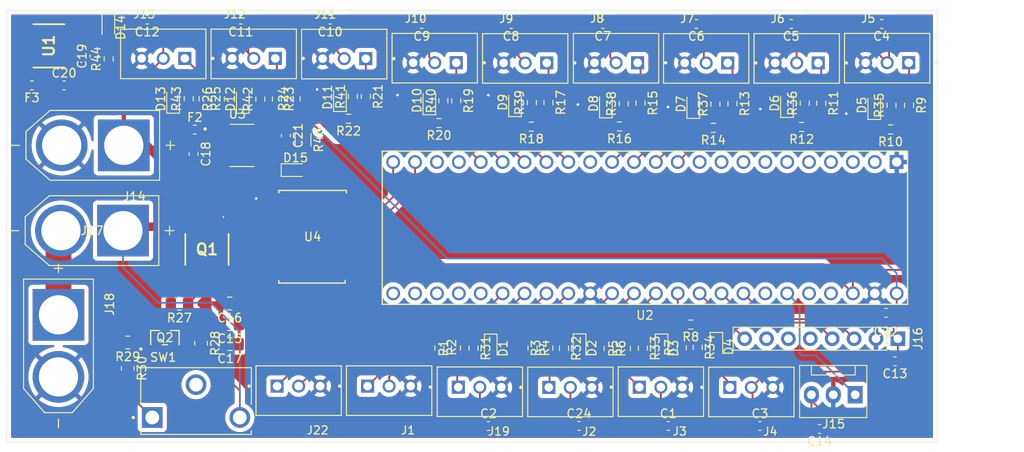
<source format=kicad_pcb>
(kicad_pcb (version 20240108) (generator "pcbnew") (generator_version "8.0")
  (layers (0 "F.Cu" signal) (31 "B.Cu" signal) (34 "B.Paste" user) (35 "F.Paste" user) (36 "B.SilkS" user "B.Silkscreen") (37 "F.SilkS" user "F.Silkscreen") (38 "B.Mask" user) (39 "F.Mask" user) (44 "Edge.Cuts" user))
  (net 0 "")
  (net 1 "+5V")
  (net 2 "GND1")
  (net 3 "+12V")
  (net 4 "+3.3V")
  (net 5 "44.4V")
  (net 6 "Net-(Q1-G)")
  (net 7 "Signal Start Module")
  (net 8 "Net-(J17-NEG)")
  (net 9 "Line Sensor 1 3.3V")
  (net 10 "Line Sensor 1 5v")
  (net 11 "Line Sensor 2 5v")
  (net 12 "Line Sensor 2 3.3V")
  (net 13 "Line Sensor 3 5v")
  (net 14 "Line Sensor 3 3.3V")
  (net 15 "Line Sensor 4 5v")
  (net 16 "Line Sensor 4 3.3V")
  (net 17 "Distance Sensor 1 12V")
  (net 18 "Distance Sensor 1 3.3V")
  (net 19 "Distance Sensor 2 12V")
  (net 20 "Distance Sensor 2 3.3V")
  (net 21 "Distance Sensor 3 3.3V")
  (net 22 "Distance Sensor 3 12V")
  (net 23 "Distance Sensor 4 12V")
  (net 24 "Distance Sensor 4 3.3V")
  (net 25 "Distance Sensor 5 3.3V")
  (net 26 "Distance Sensor 5 12V")
  (net 27 "Distance Sensor 6 12V")
  (net 28 "Distance Sensor 6 3.3V")
  (net 29 "Distance Sensor 7 3.3V")
  (net 30 "Distance Sensor 7 12V")
  (net 31 "Distance Sensor 8 3.3V")
  (net 32 "Distance Sensor 8 12V")
  (net 33 "Distance Sensor 9 3.3V")
  (net 34 "Distance Sensor 9 12V")
  (net 35 "Net-(Q2-D)")
  (net 36 "Net-(Q2-G)")
  (net 37 "Net-(SW1-A)")
  (net 38 "Net-(D1-A)")
  (net 39 "Net-(D2-A)")
  (net 40 "Net-(D3-A)")
  (net 41 "Net-(D4-A)")
  (net 42 "Net-(D5-A)")
  (net 43 "Net-(D6-A)")
  (net 44 "Net-(D7-A)")
  (net 45 "Net-(D8-A)")
  (net 46 "Net-(D9-A)")
  (net 47 "Net-(D10-A)")
  (net 48 "Net-(D11-A)")
  (net 49 "Net-(D12-A)")
  (net 50 "Net-(D13-A)")
  (net 51 "Net-(D15-A)")
  (net 52 "Net-(D14-A)")
  (net 53 "PWM MD2")
  (net 54 "Direction MD2")
  (net 55 "SDA")
  (net 56 "PWM MD1")
  (net 57 "Direction MD1")
  (net 60 "SCL")
  (net 66 "Interupt")
  (net 81 "Net-(U3-EN)")
  (net 82 "Net-(U1-VIN)")
  (net 85 "Vref Current Sensor")
  (net 86 "Vout Current Sensor")
  (net 87 "Net-(J17-POS)")
  (footprint "Resistor_SMD:R_0805_2012Metric_Pad1.20x1.40mm_HandSolder" (layer "F.Cu") (at 62.38 60.44 180)
    (property "Reference" "R27")
    (property "Value" "15k")
  )
  (footprint "LED_SMD:LED_0603_1608Metric_Pad1.05x0.95mm_HandSolder" (layer "F.Cu") (at 124.68 65.435 -90)
    (property "Reference" "D4")
    (property "Value" "LED")
  )
  (footprint "Teensy try:Teensy41 (1)" (layer "F.Cu") (at 116.39 51.62 180)
    (property "Reference" "U2")
    (property "Value" "Teensy4.1")
  )
  (footprint "XT60-M:AMASS_XT60-M" (layer "F.Cu") (at 52.23 51.96 180)
    (property "Reference" "J17")
    (property "Value" "XT60-M")
  )
  (footprint "Capacitor_SMD:C_0603_1608Metric_Pad1.08x0.95mm_HandSolder" (layer "F.Cu") (at 58.6375 27.475 180)
    (property "Reference" "C12")
    (property "Value" "C")
  )
  (footprint "Resistor_SMD:R_0603_1608Metric_Pad0.98x0.95mm_HandSolder" (layer "F.Cu") (at 120.67 65.5275 90)
    (property "Reference" "R7")
    (property "Value" "R")
  )
  (footprint "Resistor_SMD:R_0603_1608Metric_Pad0.98x0.95mm_HandSolder" (layer "F.Cu") (at 105.2 37.1025 -90)
    (property "Reference" "R17")
    (property "Value" "R")
  )
  (footprint "LED_SMD:LED_0603_1608Metric_Pad1.05x0.95mm_HandSolder" (layer "F.Cu") (at 122 37.275 90)
    (property "Reference" "D7")
    (property "Value" "LED")
  )
  (footprint "LED_SMD:LED_0603_1608Metric_Pad1.05x0.95mm_HandSolder" (layer "F.Cu") (at 143 37.4 90)
    (property "Reference" "D5")
    (property "Value" "LED")
  )
  (footprint "Jst Xh 2.5-3 Pin:JST_B3B-XH-A_LF__SN_" (layer "F.Cu") (at 107.74 70.675 180)
    (property "Reference" "J2")
    (property "Value" "Conn_01x03_MountingPin")
  )
  (footprint "Jst Xh 2.5-3 Pin:JST_B3B-XH-A_LF__SN_" (layer "F.Cu") (at 123.5 31.975)
    (property "Reference" "J7")
    (property "Value" "Conn_01x03_MountingPin")
  )
  (footprint "Capacitor_SMD:C_0603_1608Metric_Pad1.08x0.95mm_HandSolder" (layer "F.Cu") (at 90.5 27.975 180)
    (property "Reference" "C9")
    (property "Value" "C")
  )
  (footprint "LED_SMD:LED_0603_1608Metric_Pad1.05x0.95mm_HandSolder" (layer "F.Cu") (at 111.86 37.215 90)
    (property "Reference" "D8")
    (property "Value" "LED")
  )
  (footprint "Capacitor_SMD:C_0603_1608Metric_Pad1.08x0.95mm_HandSolder" (layer "F.Cu") (at 98.24 74.625)
    (property "Reference" "C2")
    (property "Value" "C")
  )
  (footprint "Capacitor_SMD:C_0603_1608Metric_Pad1.08x0.95mm_HandSolder" (layer "F.Cu") (at 64.02 43.0725 -90)
    (property "Reference" "C18")
    (property "Value" "C")
  )
  (footprint "Capacitor_SMD:C_0603_1608Metric_Pad1.08x0.95mm_HandSolder" (layer "F.Cu") (at 144.3775 61.5 180)
    (property "Reference" "C22")
    (property "Value" "C")
  )
  (footprint "Connector_PinHeader_2.54mm:PinHeader_1x08_P2.54mm_Vertical" (layer "F.Cu") (at 145.74 64.5 -90)
    (property "Reference" "J16")
    (property "Value" "Conn_01x08_Pin")
  )
  (footprint "LED_SMD:LED_0603_1608Metric_Pad1.05x0.95mm_HandSolder" (layer "F.Cu") (at 54.13 28.395 -90)
    (property "Reference" "D14")
    (property "Value" "LED")
  )
  (footprint "Capacitor_SMD:C_0603_1608Metric_Pad1.08x0.95mm_HandSolder" (layer "F.Cu") (at 79.8625 27.475 180)
    (property "Reference" "C10")
    (property "Value" "C")
  )
  (footprint "Resistor_SMD:R_0603_1608Metric_Pad0.98x0.95mm_HandSolder" (layer "F.Cu") (at 134.5775 39.93 180)
    (property "Reference" "R12")
    (property "Value" "R")
  )
  (footprint "Capacitor_SMD:C_0603_1608Metric_Pad1.08x0.95mm_HandSolder" (layer "F.Cu") (at 145.41 67.125 180)
    (property "Reference" "C13")
    (property "Value" "C")
  )
  (footprint "Resistor_SMD:R_0603_1608Metric_Pad0.98x0.95mm_HandSolder" (layer "F.Cu") (at 103.35 65.5825 -90)
    (property "Reference" "R4")
    (property "Value" "R")
  )
  (footprint "Resistor_SMD:R_0603_1608Metric_Pad0.98x0.95mm_HandSolder" (layer "F.Cu") (at 144.8925 40.22 180)
    (property "Reference" "R10")
    (property "Value" "R")
  )
  (footprint "Resistor_SMD:R_0603_1608Metric_Pad0.98x0.95mm_HandSolder" (layer "F.Cu") (at 93 36.8875 90)
    (property "Reference" "R40")
    (property "Value" "R")
  )
  (footprint "Resistor_SMD:R_0603_1608Metric_Pad0.98x0.95mm_HandSolder" (layer "F.Cu") (at 122.52 65.4925 -90)
    (property "Reference" "R34")
    (property "Value" "R")
  )
  (footprint "Jst Xh 2.5-3 Pin:JST_B3B-XH-A_LF__SN_" (layer "F.Cu") (at 128.74 70.675 180)
    (property "Reference" "J4")
    (property "Value" "Conn_01x03_MountingPin")
  )
  (footprint "12Vvoltagereg:S1142A50IE6T1U" (layer "F.Cu") (at 47.23 30.52 90)
    (property "Reference" "U1")
    (property "Value" "S-1142DA0I-E6T1U" (hide yes))
  )
  (footprint "TQL850CSV50_RLG(5vmotordriver):SOIC127P600X170-9N" (layer "F.Cu") (at 69.64 42.07)
    (property "Reference" "U3")
    (property "Value" "TQL850CSV50_RLG")
  )
  (footprint "Resistor_SMD:R_0603_1608Metric_Pad0.98x0.95mm_HandSolder" (layer "F.Cu") (at 73.69 36.6875 -90)
    (property "Reference" "R23")
    (property "Value" "R")
  )
  (footprint "LED_SMD:LED_0603_1608Metric_Pad1.05x0.95mm_HandSolder" (layer "F.Cu") (at 98.5 65.625 -90)
    (property "Reference" "D1")
    (property "Value" "LED")
  )
  (footprint "Resistor_SMD:R_0603_1608Metric_Pad0.98x0.95mm_HandSolder" (layer "F.Cu") (at 75.86 36.6525 90)
    (property "Reference" "R24")
    (property "Value" "R")
  )
  (footprint "Resistor_SMD:R_0603_1608Metric_Pad0.98x0.95mm_HandSolder" (layer "F.Cu") (at 103.21 39.89 180)
    (property "Reference" "R18")
    (property "Value" "R")
  )
  (footprint "Capacitor_SMD:C_0603_1608Metric_Pad1.08x0.95mm_HandSolder" (layer "F.Cu") (at 48.9925 35.11)
    (property "Reference" "C20")
    (property "Value" "C")
  )
  (footprint "Capacitor_SMD:C_0805_2012Metric_Pad1.18x1.45mm_HandSolder" (layer "F.Cu") (at 68.2275 65.13 180)
    (property "Reference" "C17")
    (property "Value" "1uF")
  )
  (footprint "Jst Xh 2.5-3 Pin:JST_B3B-XH-A_LF__SN_" (layer "F.Cu") (at 60.5 31.45)
    (property "Reference" "J13")
    (property "Value" "Conn_01x03_MountingPin")
  )
  (footprint "Resistor_SMD:R_0603_1608Metric_Pad0.98x0.95mm_HandSolder" (layer "F.Cu") (at 124.57 37.2775 90)
    (property "Reference" "R37")
    (property "Value" "R")
  )
  (footprint "Resistor_SMD:R_0603_1608Metric_Pad0.98x0.95mm_HandSolder" (layer "F.Cu") (at 103.27 37.1025 90)
    (property "Reference" "R39")
    (property "Value" "R")
  )
  (footprint "LED_SMD:LED_0603_1608Metric_Pad1.05x0.95mm_HandSolder" (layer "F.Cu") (at 108.81 65.605 -90)
    (property "Reference" "D2")
    (property "Value" "LED")
  )
  (footprint "Resistor_SMD:R_0805_2012Metric_Pad1.20x1.40mm_HandSolder" (layer "F.Cu") (at 56.38 67.94 -90)
    (property "Reference" "R30")
    (property "Value" "8k")
  )
  (footprint "Jst Xh 2.5-3 Pin:JST_B3B-XH-A_LF__SN_" (layer "F.Cu") (at 86.71 70.525 180)
    (property "Reference" "J1")
    (property "Value" "Conn_01x03_MountingPin")
  )
  (footprint "LED_SMD:LED_0603_1608Metric_Pad1.05x0.95mm_HandSolder" (layer "F.Cu") (at 91.375 36.85 90)
    (property "Reference" "D10")
    (property "Value" "LED")
  )
  (footprint "Resistor_SMD:R_0805_2012Metric_Pad1.20x1.40mm_HandSolder" (layer "F.Cu") (at 64.89 65.03 -90)
    (property "Reference" "R28")
    (property "Value" "10k")
  )
  (footprint "Resistor_SMD:R_0603_1608Metric_Pad0.98x0.95mm_HandSolder" (layer "F.Cu") (at 145 37.4125 90)
    (property "Reference" "R35")
    (property "Value" "R")
  )
  (footprint "LED_SMD:LED_0603_1608Metric_Pad1.05x0.95mm_HandSolder" (layer "F.Cu") (at 101.32 37.065 90)
    (property "Reference" "D9")
    (property "Value" "LED")
  )
  (footprint "Capacitor_SMD:C_0603_1608Metric_Pad1.08x0.95mm_HandSolder" (layer "F.Cu") (at 119.1025 74.625)
    (property "Reference" "C1")
    (property "Value" "C")
  )
  (footprint "Jst Xh 2.5-3 Pin:JST_B3B-XH-A_LF__SN_" (layer "F.Cu") (at 144.5 31.95)
    (property "Reference" "J5")
    (property "Value" "Conn_01x03_MountingPin")
  )
  (footprint "Resistor_SMD:R_0805_2012Metric_Pad1.20x1.40mm_HandSolder" (layer "F.Cu") (at 56.38 64.94 180)
    (property "Reference" "R29")
    (property "Value" "1k")
  )
  (footprint "Resistor_SMD:R_0603_1608Metric_Pad0.98x0.95mm_HandSolder" (layer "F.Cu") (at 116.15 65.5975 -90)
    (property "Reference" "R33")
    (property "Value" "R")
  )
  (footprint "Resistor_SMD:R_0603_1608Metric_Pad0.98x0.95mm_HandSolder" (layer "F.Cu") (at 124.33 40.03 180)
    (property "Reference" "R14")
    (property "Value" "R")
  )
  (footprint "Capacitor_SMD:C_0603_1608Metric_Pad1.08x0.95mm_HandSolder" (layer "F.Cu") (at 111.5 27.975 180)
    (property "Reference" "C7")
    (property "Value" "C")
  )
  (footprint "Capacitor_SMD:C_0603_1608Metric_Pad1.08x0.95mm_HandSolder" (layer "F.Cu") (at 136.6525 74.975 180)
    (property "Reference" "C14")
    (property "Value" "C")
  )
  (footprint "Resistor_SMD:R_0603_1608Metric_Pad0.98x0.95mm_HandSolder" (layer "F.Cu") (at 71.77 36.6975 90)
    (property "Reference" "R42")
    (property "Value" "R")
  )
  (footprint "Capacitor_SMD:C_0603_1608Metric_Pad1.08x0.95mm_HandSolder" (layer "F.Cu") (at 122.3625 27.975 180)
    (property "Reference" "C6")
    (property "Value" "C")
  )
  (footprint "Resistor_SMD:R_0603_1608Metric_Pad0.98x0.95mm_HandSolder" (layer "F.Cu") (at 126.55 37.23 -90)
    (property "Reference" "R13")
    (property "Value" "R")
  )
  (footprint "Capacitor_SMD:C_0805_2012Metric_Pad1.18x1.45mm_HandSolder" (layer "F.Cu") (at 68.21 60.41 180)
    (property "Reference" "C16")
    (property "Value" "1uF")
  )
  (footprint "XT60-M:AMASS_XT60-M" (layer "F.Cu") (at 48.34 65.33 -90)
    (property "Reference" "J18")
    (property "Value" "XT60-M")
  )
  (footprint "Capacitor_SMD:C_0603_1608Metric_Pad1.08x0.95mm_HandSolder" (layer "F.Cu") (at 133.3625 27.975 180)
    (property "Reference" "C5")
    (property "Value" "C")
  )
  (footprint "Resistor_SMD:R_0603_1608Metric_Pad0.98x0.95mm_HandSolder" (layer "F.Cu") (at 147.04 37.4075 -90)
    (property "Reference" "R9")
    (property "Value" "R")
  )
  (footprint "Resistor_SMD:R_0603_1608Metric_Pad0.98x0.95mm_HandSolder" (layer "F.Cu") (at 92.5 39.475 180)
    (property "Reference" "R20")
    (property "Value" "R")
  )
  (footprint "Capacitor_SMD:C_0603_1608Metric_Pad1.08x0.95mm_HandSolder" (layer "F.Cu") (at 129.74 74.625)
    (property "Reference" "C3")
    (property "Value" "C")
  )
  (footprint "LED_SMD:LED_0603_1608Metric_Pad1.05x0.95mm_HandSolder" (layer "F.Cu") (at 75.85 44.935)
    (property "Reference" "D15")
    (property "Value" "LED")
  )
  (footprint "Resistor_SMD:R_0603_1608Metric_Pad0.98x0.95mm_HandSolder" (layer "F.Cu") (at 82 38.975 180)
    (property "Reference" "R22")
    (property "Value" "R")
  )
  (footprint "Resistor_SMD:R_0603_1608Metric_Pad0.98x0.95mm_HandSolder" (layer "F.Cu") (at 63.46 36.6575 90)
    (property "Reference" "R43")
    (property "Value" "R")
  )
  (footprint "Resistor_SMD:R_0603_1608Metric_Pad0.98x0.95mm_HandSolder" (layer "F.Cu") (at 96.5 65.5875 -90)
    (property "Reference" "R31")
    (property "Value" "R")
  )
  (footprint "Jst Xh 2.5-3 Pin:JST_B3B-XH-A_LF__SN_" (layer "F.Cu") (at 92 31.95)
    (property "Reference" "J10")
    (property "Value" "Conn_01x03_MountingPin")
  )
  (footprint "Resistor_SMD:R_0603_1608Metric_Pad0.98x0.95mm_HandSolder" (layer "F.Cu") (at 113.94 37.2275 90)
    (property "Reference" "R38")
    (property "Value" "R")
  )
  (footprint "Capacitor_SMD:C_0603_1608Metric_Pad1.08x0.95mm_HandSolder" (layer "F.Cu") (at 143.8625 27.975 180)
    (property "Reference" "C4")
    (property "Value" "C")
  )
  (footprint "Capacitor_SMD:C_0603_1608Metric_Pad1.08x0.95mm_HandSolder" (layer "F.Cu") (at 52.51 31.7175 90)
    (property "Reference" "C19")
    (property "Value" "C")
  )
  (footprint "Capacitor_SMD:C_0603_1608Metric_Pad1.08x0.95mm_HandSolder" (layer "F.Cu") (at 108.74 74.625)
    (property "Reference" "C24")
    (property "Value" "C")
  )
  (footprint "Resistor_SMD:R_0603_1608Metric_Pad0.98x0.95mm_HandSolder" (layer "F.Cu") (at 105.175 65.5875 90)
    (property "Reference" "R3")
    (property "Value" "R")
  )
  (footprint "Resistor_SMD:R_0603_1608Metric_Pad0.98x0.95mm_HandSolder" (layer "F.Cu") (at 67.07 36.6775 90)
    (property "Reference" "R26")
    (property "Value" "R")
  )
  (footprint "XT60-M:AMASS_XT60-M" (layer "F.Cu") (at 52.32 42.06 180)
    (property "Reference" "J14")
    (property "Value" "XT60-M")
  )
  (footprint "Resistor_SMD:R_0603_1608Metric_Pad0.98x0.95mm_HandSolder" (layer "F.Cu") (at 65.19 36.6475 -90)
    (property "Reference" "R25")
    (property "Value" "R")
  )
  (footprint "Jst Xh 2.5-3 Pin:JST_B3B-XH-A_LF__SN_" (layer "F.Cu") (at 102.5 31.975)
    (property "Reference" "J9")
    (property "Value" "Conn_01x03_MountingPin")
  )
  (footprint "Resistor_SMD:R_0603_1608Metric_Pad0.98x0.95mm_HandSolder" (layer "F.Cu") (at 92.54 65.5875 -90)
    (property "Reference" "R2")
    (property "Value" "R")
  )
  (footprint "Resistor_SMD:R_0603_1608Metric_Pad0.98x0.95mm_HandSolder" (layer "F.Cu") (at 114.18 65.6325 90)
    (property "Reference" "R5")
    (property "Value" "R")
  )
  (footprint "LED_SMD:LED_0603_1608Metric_Pad1.05x0.95mm_HandSolder" (layer "F.Cu") (at 61.64 36.675 90)
    (property "Reference" "D13")
    (property "Value" "LED")
  )
  (footprint "Jst Xh 2.5-3 Pin:JST_B3B-XH-A_LF__SN_" (layer "F.Cu") (at 81.5 31.475)
    (property "Reference" "J11")
    (property "Value" "Conn_01x03_MountingPin")
  )
  (footprint "Jst Xh 2.5-3 Pin:JST_B3B-XH-A_LF__SN_" (layer "F.Cu") (at 97.24 70.65 180)
    (property "Reference" "J19")
    (property "Value" "Conn_01x03_MountingPin")
  )
  (footprint "Capacitor_SMD:C_0603_1608Metric_Pad1.08x0.95mm_HandSolder" (layer "F.Cu") (at 69.5 27.475 180)
    (property "Reference" "C11")
    (property "Value" "C")
  )
  (footprint "Resistor_SMD:R_0603_1608Metric_Pad0.98x0.95mm_HandSolder" (layer "F.Cu") (at 94.4625 65.5875 90)
    (property "Reference" "R1")
    (property "Value" "R")
  )
  (footprint "Resistor_SMD:R_0603_1608Metric_Pad0.98x0.95mm_HandSolder" (layer "F.Cu") (at 84 36.3875 -90)
    (property "Reference" "R21")
    (property "Value" "R")
  )
  (footprint "Jst Xh 2.5-3 Pin:JST_B3B-XH-A_LF__SN_" (layer "F.Cu") (at 71 31.45)
    (property "Reference" "J12")
    (property "Value" "Conn_01x03_MountingPin")
  )
  (footprint "Jst Xh 2.5-3 Pin:JST_B3B-XH-A_LF__SN_" (layer "F.Cu") (at 134 31.975)
    (property "Reference" "J6")
    (property "Value" "Conn_01x03_MountingPin")
  )
  (footprint "Jst Xh 2.5-3 Pin:JST_B3B-XH-A_LF__SN_" (layer "F.Cu") (at 118.24 70.65 180)
    (property "Reference" "J3")
    (property "Value" "Conn_01x03_MountingPin")
  )
  (footprint "Capacitor_SMD:C_0603_1608Metric_Pad1.08x0.95mm_HandSolder" (layer "F.Cu") (at 100.8625 27.975 180)
    (property "Reference" "C8")
    (property "Value" "C")
  )
  (footprint "LED_SMD:LED_0603_1608Metric_Pad1.05x0.95mm_HandSolder" (layer "F.Cu") (at 69.73 36.685 90)
    (property "Reference" "D12")
    (property "Value" "LED")
  )
  (footprint "Fuse:Fuse_0603_1608Metric_Pad1.05x0.95mm_HandSolder" (layer "F.Cu") (at 45.255 35.11 180)
    (property "Reference" "F3")
    (property "Value" "Fuse")
  )
  (footprint "mosfetP:S1142A50IE6T1U" (layer "F.Cu") (at 65.57 54.14 180)
    (property "Reference" "Q1")
    (property "Value" "SQM40P10-40L_GE3" (hide yes))
  )
  (footprint "Capacitor_SMD:C_0603_1608Metric_Pad1.08x0.95mm_HandSolder" (layer "F.Cu") (at 74.725 40.935 -90)
    (property "Reference" "C21")
    (property "Value" "C")
  )
  (footprint "Jst Xh 2.5-3 Pin:JST_B3B-XH-A_LF__SN_" (layer "F.Cu") (at 76.21 70.525 180)
    (property "Reference" "J22")
    (property "Value" "Conn_01x03_MountingPin")
  )
  (footprint "G_107_0513(SWITCH):SW_G-107-0513" (layer "F.Cu") (at 64.305 71.735)
    (property "Reference" "SW1")
    (property "Value" "SW_SPST")
  )
  (footprint "Resistor_SMD:R_0603_1608Metric_Pad0.98x0.95mm_HandSolder" (layer "F.Cu") (at 112.18 65.6325 -90)
    (property "Reference" "R6")
    (property "Value" "R")
  )
  (footprint "Resistor_SMD:R_0603_1608Metric_Pad0.98x0.95mm_HandSolder" (layer "F.Cu") (at 94.5 36.8875 -90)
    (property "Reference" "R19")
    (property "Value" "R")
  )
  (footprint "Resistor_SMD:R_0603_1608Metric_Pad0.98x0.95mm_HandSolder" (layer "F.Cu") (at 107 65.6175 -90)
    (property "Reference" "R32")
    (property "Value" "R")
  )
  (footprint "Resistor_SMD:R_0603_1608Metric_Pad0.98x0.95mm_HandSolder" (layer "F.Cu") (at 121.71 62.86 180)
    (property "Reference" "R8")
    (property "Value" "R")
  )
  (footprint "Capacitor_SMD:C_0805_2012Metric_Pad1.18x1.45mm_HandSolder" (layer "F.Cu") (at 68.23 62.81 180)
    (property "Reference" "C15")
    (property "Value" "10uF")
  )
  (footprint "Resistor_SMD:R_0603_1608Metric_Pad0.98x0.95mm_HandSolder" (layer "F.Cu") (at 82.5 36.3875 90)
    (property "Reference" "R41")
    (property "Value" "R")
  )
  (footprint "(mosfet???):NMOSGSD_SOT-23_TO-236_VIS-M" (layer "F.Cu") (at 60.68996 64.3732)
    (property "Reference" "Q2")
    (property "Value" "SQ2318AES-T1_BE3")
  )
  (footprint "Resistor_SMD:R_1206_3216Metric_Pad1.30x1.75mm_HandSolder" (layer "F.Cu") (at 76.725 41.435 -90)
    (property "Reference" "R46")
    (property "Value" "R")
  )
  (footprint "Resistor_SMD:R_0603_1608Metric_Pad0.98x0.95mm_HandSolder" (layer "F.Cu") (at 134.94 37.1675 90)
    (property "Reference" "R36")
    (property "Value" "R")
  )
  (footprint "Fuse:Fuse_0603_1608Metric_Pad1.05x0.95mm_HandSolder" (layer "F.Cu") (at 64.165 40.24)
    (property "Reference" "F2")
    (property "Value" "Fuse")
  )
  (footprint "LED_SMD:LED_0603_1608Metric_Pad1.05x0.95mm_HandSolder" (layer "F.Cu") (at 81 36.475 90)
    (property "Reference" "D11")
    (property "Value" "LED")
  )
  (footprint "Resistor_SMD:R_0603_1608Metric_Pad0.98x0.95mm_HandSolder" (layer "F.Cu") (at 136.85 37.1675 -90)
    (property "Reference" "R11")
    (property "Value" "R")
  )
  (footprint "LED_SMD:LED_0603_1608Metric_Pad1.05x0.95mm_HandSolder" (layer "F.Cu") (at 118.32 65.615 -90)
    (property "Reference" "D3")
    (property "Value" "LED")
  )
  (footprint "LED_SMD:LED_0603_1608Metric_Pad1.05x0.95mm_HandSolder" (layer "F.Cu") (at 132.87 37.165 90)
    (property "Reference" "D6")
    (property "Value" "LED")
  )
  (footprint "Resistor_SMD:R_0603_1608Metric_Pad0.98x0.95mm_HandSolder" (layer "F.Cu") (at 54.17 32.0275 90)
    (property "Reference" "R44")
    (property "Value" "R")
  )
  (footprint "Resistor_SMD:R_0603_1608Metric_Pad0.98x0.95mm_HandSolder" (layer "F.Cu") (at 115.88 37.15 -90)
    (property "Reference" "R15")
    (property "Value" "R")
  )
  (footprint "Jst Xh 2.5-3 Pin:JST_B3B-XH-A_LF__SN_" (layer "F.Cu") (at 113.04 31.955)
    (property "Reference" "J8")
    (property "Value" "Conn_01x03_MountingPin")
  )
  (footprint "Current Sensor AEC-Q100 80ARMS 500KHZ HALL-EFFE:SOIC10_DVG_TEX" (layer "F.Cu") (at 77.829978 52.67)
    (property "Reference" "U4")
    (property "Value" "TMCS1126A1AQDVGRQ1")
  )
  (footprint "Connector:FanPinHeader_1x03_P2.54mm_Vertical" (layer "F.Cu") (at 140.79 71 180)
    (property "Reference" "J15")
    (property "Value" "Conn_01x03_Pin")
  )
  (footprint "Resistor_SMD:R_0603_1608Metric_Pad0.98x0.95mm_HandSolder" (layer "F.Cu") (at 113.44 39.87 180)
    (property "Reference" "R16")
    (property "Value" "R")
  )
  (gr_rect (start 42.35 26.39) (end 150.32 76.5) (stroke (width 0.05)) (fill none) (layer "Edge.Cuts"))
  (segment (start 76.725 39.885) (end 78.185 39.885) (width 0.2) (layer "F.Cu") (net 1))
  (segment (start 130.57 68.32) (end 145.0775 68.32) (width 0.2) (layer "F.Cu") (net 1))
  (segment (start 107.76 73.1) (end 107.74 73.08) (width 0.2) (layer "F.Cu") (net 1))
  (segment (start 107.74 73.08) (end 107.74 74.4875) (width 0.2) (layer "F.Cu") (net 1))
  (segment (start 76.5375 40.0725) (end 76.725 39.885) (width 0.2) (layer "F.Cu") (net 1))
  (segment (start 145.24 61.5) (end 145.24 64) (width 0.2) (layer "F.Cu") (net 1))
  (segment (start 107.76 73.1) (end 97.28 73.1) (width 0.2) (layer "F.Cu") (net 1))
  (segment (start 118.24 73.1) (end 107.76 73.1) (width 0.2) (layer "F.Cu") (net 1))
  (segment (start 97.28 73.1) (end 97.24 73.06) (width 0.2) (layer "F.Cu") (net 1))
  (segment (start 128.8775 70.2875) (end 128.74 70.15) (width 0.2) (layer "F.Cu") (net 1))
  (segment (start 118.24 73.1) (end 118.24 70.125) (width 0.2) (layer "F.Cu") (net 1))
  (segment (start 145.6 59.24) (end 145.6 61.14) (width 0.2) (layer "F.Cu") (net 1))
  (segment (start 74.6325 40.165) (end 74.725 40.0725) (width 0.2) (layer "F.Cu") (net 1))
  (segment (start 97.24 70.125) (end 97.24 73.06) (width 0.2) (layer "F.Cu") (net 1))
  (segment (start 107.74 70.15) (end 107.74 73.08) (width 0.2) (layer "F.Cu") (net 1))
  (segment (start 128.8775 74.625) (end 128.8775 73.1) (width 0.2) (layer "F.Cu") (net 1))
  (segment (start 145.0775 68.32) (end 146.2725 67.125) (width 0.2) (layer "F.Cu") (net 1))
  (segment (start 97.24 73.06) (end 97.24 74.4875) (width 0.2) (layer "F.Cu") (net 1))
  (segment (start 128.8775 73.1) (end 128.8775 70.2875) (width 0.2) (layer "F.Cu") (net 1))
  (segment (start 78.61 40.31) (end 78.61 40.35) (width 0.2) (layer "F.Cu") (net 1))
  (segment (start 128.74 70.15) (end 130.57 68.32) (width 0.2) (layer "F.Cu") (net 1))
  (segment (start 118.24 74.625) (end 118.24 73.1) (width 0.2) (layer "F.Cu") (net 1))
  (segment (start 72.225 40.165) (end 74.6325 40.165) (width 0.2) (layer "F.Cu") (net 1))
  (segment (start 78.65 40.35) (end 78.62 40.32) (width 0.2) (layer "F.Cu") (net 1))
  (segment (start 145.24 64) (end 145.74 64.5) (width 0.2) (layer "F.Cu") (net 1))
  (segment (start 145.74 64.5) (end 145.74 66.5925) (width 0.2) (layer "F.Cu") (net 1))
  (segment (start 145.6 61.14) (end 145.24 61.5) (width 0.2) (layer "F.Cu") (net 1))
  (segment (start 74.725 40.0725) (end 76.5375 40.0725) (width 0.2) (layer "F.Cu") (net 1))
  (segment (start 118.24 73.1) (end 128.8775 73.1) (width 0.2) (layer "F.Cu") (net 1))
  (segment (start 107.74 74.4875) (end 107.8775 74.625) (width 0.2) (layer "F.Cu") (net 1))
  (segment (start 97.24 74.4875) (end 97.3775 74.625) (width 0.2) (layer "F.Cu") (net 1))
  (segment (start 78.61 40.35) (end 78.65 40.35) (width 0.2) (layer "F.Cu") (net 1))
  (segment (start 78.185 39.885) (end 78.61 40.31) (width 0.2) (layer "F.Cu") (net 1))
  (segment (start 145.74 66.5925) (end 146.2725 67.125) (width 0.2) (layer "F.Cu") (net 1))
  (via (at 78.61 40.35) (size 0.6) (drill 0.3) (layers "F.Cu" "B.Cu") (net 1))
  (segment (start 93.45 55.19) (end 143.89 55.19) (width 0.2) (layer "B.Cu") (net 1))
  (segment (start 143.89 55.19) (end 145.6 56.9) (width 0.2) (layer "B.Cu") (net 1))
  (segment (start 78.61 40.35) (end 93.45 55.19) (width 0.2) (layer "B.Cu") (net 1))
  (segment (start 145.6 56.9) (end 145.6 59.24) (width 0.2) (layer "B.Cu") (net 1))
  (segment (start 57.775 31.75) (end 58 31.975) (width 0.2) (layer "F.Cu") (net 2))
  (via (at 129.78 37.85) (size 0.6) (drill 0.3) (layers "F.Cu" "B.Cu") (net 2))
  (via (at 139.75 38.38) (size 0.6) (drill 0.3) (layers "F.Cu" "B.Cu") (net 2))
  (via (at 119.06 37.61) (size 0.6) (drill 0.3) (layers "F.Cu" "B.Cu") (net 2))
  (via (at 87.68 36.23) (size 0.6) (drill 0.3) (layers "F.Cu" "B.Cu") (net 2))
  (via (at 78.35 35.58) (size 0.6) (drill 0.3) (layers "F.Cu" "B.Cu") (net 2))
  (via (at 98.22 36.24) (size 0.6) (drill 0.3) (layers "F.Cu" "B.Cu") (net 2))
  (via (at 108.61 37.33) (size 0.6) (drill 0.3) (layers "F.Cu" "B.Cu") (net 2))
  (segment (start 133 29.5) (end 134 30.5) (width 0.2) (layer "F.Cu") (net 3))
  (segment (start 144.725 29.5) (end 144.725 32.25) (width 0.2) (layer "F.Cu") (net 3))
  (segment (start 54.17 32.94) (end 55.23 34) (width 0.2) (layer "F.Cu") (net 3))
  (segment (start 141.525 29.5) (end 144.5 32.475) (width 0.2) (layer "F.Cu") (net 3))
  (segment (start 144.725 32.25) (end 144.5 32.475) (width 0.2) (layer "F.Cu") (net 3))
  (segment (start 61 29.5) (end 68.5 29.5) (width 0.2) (layer "F.Cu") (net 3))
  (segment (start 80.725 27.475) (end 80.725 30.5) (width 0.2) (layer "F.Cu") (net 3))
  (segment (start 112.3625 30.5) (end 112.3625 31.8625) (width 0.2) (layer "F.Cu") (net 3))
  (segment (start 141.5 29.5) (end 141.525 29.5) (width 0.2) (layer "F.Cu") (net 3))
  (segment (start 80.725 31.225) (end 81.5 32) (width 0.2) (layer "F.Cu") (net 3))
  (segment (start 80.725 30.5) (end 80.725 31.225) (width 0.2) (layer "F.Cu") (net 3))
  (segment (start 89 29.5) (end 90 29.5) (width 0.2) (layer "F.Cu") (net 3))
  (segment (start 80 29.5) (end 80.725 30.225) (width 0.2) (layer "F.Cu") (net 3))
  (segment (start 55.23 34) (end 58.475 34) (width 0.2) (layer "F.Cu") (net 3))
  (segment (start 141.5 29.5) (end 144.725 29.5) (width 0.2) (layer "F.Cu") (net 3))
  (segment (start 90 29.5) (end 101 29.5) (width 0.2) (layer "F.Cu") (net 3))
  (segment (start 80 29.5) (end 89 29.5) (width 0.2) (layer "F.Cu") (net 3))
  (segment (start 49.87 32.43) (end 52.59 32.43) (width 0.2) (layer "F.Cu") (net 3))
  (segment (start 101.725 30.5) (end 101.725 31.725) (width 0.2) (layer "F.Cu") (net 3))
  (segment (start 123.225 30.5) (end 123.225 32.225) (width 0.2) (layer "F.Cu") (net 3))
  (segment (start 101.725 31.725) (end 102.5 32.5) (width 0.2) (layer "F.Cu") (net 3))
  (segment (start 70.3625 31.3375) (end 71 31.975) (width 0.2) (layer "F.Cu") (net 3))
  (segment (start 68.5 29.5) (end 80 29.5) (width 0.2) (layer "F.Cu") (net 3))
  (segment (start 59.5 29) (end 60.5 30) (width 0.2) (layer "F.Cu") (net 3))
  (segment (start 80.725 30.225) (end 80.725 30.5) (width 0.2) (layer "F.Cu") (net 3))
  (segment (start 90 29.5) (end 90.3625 29.5) (width 0.2) (layer "F.Cu") (net 3))
  (segment (start 134 28.2) (end 134.225 27.975) (width 0.2) (layer "F.Cu") (net 3))
  (segment (start 58.475 34) (end 60.5 31.975) (width 0.2) (layer "F.Cu") (net 3))
  (segment (start 111.5 29.6375) (end 112.3625 30.5) (width 0.2) (layer "F.Cu") (net 3))
  (segment (start 112.3625 27.975) (end 112.3625 30.5) (width 0.2) (layer "F.Cu") (net 3))
  (segment (start 123.225 32.225) (end 123.5 32.5) (width 0.2) (layer "F.Cu") (net 3))
  (segment (start 122.5 29.5) (end 123.225 30.225) (width 0.2) (layer "F.Cu") (net 3))
  (segment (start 53.81 32.58) (end 54.17 32.94) (width 0.2) (layer "F.Cu") (net 3))
  (segment (start 91.3625 27.975) (end 91.3625 30.5) (width 0.2) (layer "F.Cu") (net 3))
  (segment (start 111.5 29.5) (end 122.5 29.5) (width 0.2) (layer "F.Cu") (net 3))
  (segment (start 68.5 29.5) (end 68.525 29.5) (width 0.2) (layer "F.Cu") (net 3))
  (segment (start 52.51 32.58) (end 53.81 32.58) (width 0.2) (layer "F.Cu") (net 3))
  (segment (start 60.5 30) (end 61 29.5) (width 0.2) (layer "F.Cu") (net 3))
  (segment (start 68.525 29.5) (end 71 31.975) (width 0.2) (layer "F.Cu") (net 3))
  (segment (start 134 30.5) (end 134 32.5) (width 0.2) (layer "F.Cu") (net 3))
  (segment (start 60.5 31.975) (end 60.5 30) (width 0.2) (layer "F.Cu") (net 3))
  (segment (start 123.225 27.975) (end 123.225 30.5) (width 0.2) (layer "F.Cu") (net 3))
  (segment (start 70.3625 27.475) (end 70.3625 31.3375) (width 0.2) (layer "F.Cu") (net 3))
  (segment (start 91.3625 30.5) (end 91.3625 31.8375) (width 0.2) (layer "F.Cu") (net 3))
  (segment (start 111.5 29.5) (end 111.5 29.6375) (width 0.2) (layer "F.Cu") (net 3))
  (segment (start 59.5 27.475) (end 59.5 29) (width 0.2) (layer "F.Cu") (net 3))
  (segment (start 112.3625 31.8625) (end 113 32.5) (width 0.2) (layer "F.Cu") (net 3))
  (segment (start 101.725 30.225) (end 101.725 30.5) (width 0.2) (layer "F.Cu") (net 3))
  (segment (start 122.5 29.5) (end 133 29.5) (width 0.2) (layer "F.Cu") (net 3))
  (segment (start 101 29.5) (end 111.5 29.5) (width 0.2) (layer "F.Cu") (net 3))
  (segment (start 101 29.5) (end 101.725 30.225) (width 0.2) (layer "F.Cu") (net 3))
  (segment (start 144.725 27.975) (end 144.725 29.5) (width 0.2) (layer "F.Cu") (net 3))
  (segment (start 133 29.5) (end 141.5 29.5) (width 0.2) (layer "F.Cu") (net 3))
  (segment (start 91.3625 31.8375) (end 92 32.475) (width 0.2) (layer "F.Cu") (net 3))
  (segment (start 101.725 27.975) (end 101.725 30.5) (width 0.2) (layer "F.Cu") (net 3))
  (segment (start 134 32.5) (end 134 28.2) (width 0.2) (layer "F.Cu") (net 3))
  (segment (start 123.225 30.225) (end 123.225 30.5) (width 0.2) (layer "F.Cu") (net 3))
  (segment (start 90.3625 29.5) (end 91.3625 30.5) (width 0.2) (layer "F.Cu") (net 3))
  (segment (start 147.14 73.38) (end 147.79 72.73) (width 0.2) (layer "F.Cu") (net 4))
  (segment (start 147.79 72.73) (end 147.79 72.6) (width 0.2) (layer "F.Cu") (net 4))
  (segment (start 137.42 73.38) (end 147.14 73.38) (width 0.2) (layer "F.Cu") (net 4))
  (segment (start 148.04 72.35) (end 148.04 57.34) (width 0.2) (layer "F.Cu") (net 4))
  (segment (start 82.479976 54.575) (end 82.479976 55.845) (width 0.2) (layer "F.Cu") (net 4))
  (segment (start 140.52 57.78) (end 140.52 59.24) (width 0.2) (layer "F.Cu") (net 4))
  (segment (start 135.71 71.67) (end 137.42 73.38) (width 0.2) (layer "F.Cu") (net 4))
  (segment (start 147.79 72.6) (end 148.04 72.35) (width 0.2) (layer "F.Cu") (net 4))
  (segment (start 148.04 57.34) (end 147.21 56.51) (width 0.2) (layer "F.Cu") (net 4))
  (segment (start 137.125 55.845) (end 140.52 59.24) (width 0.2) (layer "F.Cu") (net 4))
  (segment (start 135.71 71) (end 135.71 71.67) (width 0.2) (layer "F.Cu") (net 4))
  (segment (start 82.479976 55.845) (end 137.125 55.845) (width 0.2) (layer "F.Cu") (net 4))
  (segment (start 135.71 74.895) (end 135.79 74.975) (width 0.2) (layer "F.Cu") (net 4))
  (segment (start 141.79 56.51) (end 140.52 57.78) (width 0.2) (layer "F.Cu") (net 4))
  (segment (start 135.71 71) (end 135.71 74.895) (width 0.2) (layer "F.Cu") (net 4))
  (segment (start 147.21 56.51) (end 141.79 56.51) (width 0.2) (layer "F.Cu") (net 4))
  (segment (start 55.03 37.21) (end 55.92 38.1) (width 0.5) (layer "F.Cu") (net 5))
  (segment (start 72.63 50.13) (end 73.18 50.13) (width 1) (layer "F.Cu") (net 5))
  (segment (start 56.07 42.21) (end 55.92 42.06) (width 0.2) (layer "F.Cu") (net 5))
  (segment (start 69.2475 60.41) (end 70.5 59.1575) (width 0.2) (layer "F.Cu") (net 5))
  (segment (start 63.29 40.24) (end 63.29 41.48) (width 0.2) (layer "F.Cu") (net 5))
  (segment (start 48.13 35.11) (end 48.13 36.77) (width 0.5) (layer "F.Cu") (net 5))
  (segment (start 71.5 49) (end 72.63 50.13) (width 1) (layer "F.Cu") (net 5))
  (segment (start 65.57 51.5) (end 65.57 49.07) (width 1) (layer "F.Cu") (net 5))
  (segment (start 69.2475 60.41) (end 69.2475 65.1125) (width 0.2) (layer "F.Cu") (net 5))
  (segment (start 64.02 42.21) (end 56.07 42.21) (width 0.2) (layer "F.Cu") (net 5))
  (segment (start 48.13 36.77) (end 48.57 37.21) (width 0.5) (layer "F.Cu") (net 5))
  (segment (start 65.57 49.07) (end 58.56 42.06) (width 1) (layer "F.Cu") (net 5))
  (segment (start 70.5 49.07) (end 71.43 49.07) (width 1) (layer "F.Cu") (net 5))
  (segment (start 46.13 35.11) (end 48.13 35.11) (width 0.2) (layer "F.Cu") (net 5))
  (segment (start 58.56 42.06) (end 55.92 42.06) (width 1) (layer "F.Cu") (net 5))
  (segment (start 55.92 38.1) (end 55.92 42.06) (width 0.5) (layer "F.Cu") (net 5))
  (segment (start 70.5 59.1575) (end 70.5 49.07) (width 0.2) (layer "F.Cu") (net 5))
  (segment (start 48.57 37.21) (end 55.03 37.21) (width 0.5) (layer "F.Cu") (net 5))
  (segment (start 69.2475 65.1125) (end 69.265 65.13) (width 0.2) (layer "F.Cu") (net 5))
  (segment (start 65.57 49.07) (end 70.5 49.07) (width 1) (layer "F.Cu") (net 5))
  (segment (start 71.43 49.07) (end 71.5 49) (width 1) (layer "F.Cu") (net 5))
  (segment (start 63.29 41.48) (end 64.02 42.21) (width 0.2) (layer "F.Cu") (net 5))
  (segment (start 68 51.5) (end 69 52.5) (width 0.2) (layer "F.Cu") (net 6))
  (segment (start 66.56 64.5) (end 65.36 64.5) (width 0.2) (layer "F.Cu") (net 6))
  (segment (start 69 52.5) (end 69 57.5) (width 0.2) (layer "F.Cu") (net 6))
  (segment (start 65.36 64.5) (end 64.89 64.03) (width 0.2) (layer "F.Cu") (net 6))
  (segment (start 64.89 61.89) (end 64.89 64.03) (width 0.2) (layer "F.Cu") (net 6))
  (segment (start 69 57.5) (end 67.5 59) (width 0.2) (layer "F.Cu") (net 6))
  (segment (start 63.38 60.44) (end 63.44 60.44) (width 0.2) (layer "F.Cu") (net 6))
  (segment (start 64.82 59) (end 63.38 60.44) (width 0.2) (layer "F.Cu") (net 6))
  (segment (start 67.19 65.13) (end 66.56 64.5) (width 0.2) (layer "F.Cu") (net 6))
  (segment (start 63.44 60.44) (end 64.89 61.89) (width 0.2) (layer "F.Cu") (net 6))
  (segment (start 67.48 51.5) (end 68 51.5) (width 0.2) (layer "F.Cu") (net 6))
  (segment (start 67.5 59) (end 64.82 59) (width 0.2) (layer "F.Cu") (net 6))
  (segment (start 134.61 66.43) (end 134.34 66.16) (width 0.2) (layer "B.Cu") (net 7))
  (segment (start 134.34 66.16) (end 134.34 60.68) (width 0.2) (layer "B.Cu") (net 7))
  (segment (start 134.34 60.68) (end 132.9 59.24) (width 0.2) (layer "B.Cu") (net 7))
  (segment (start 136.22 66.43) (end 134.61 66.43) (width 0.2) (layer "B.Cu") (net 7))
  (segment (start 140.79 71) (end 136.22 66.43) (width 0.2) (layer "B.Cu") (net 7))
  (segment (start 48.34 52.25) (end 48.63 51.96) (width 0.2) (layer "F.Cu") (net 8))
  (segment (start 48.34 61.73) (end 48.34 52.25) (width 3) (layer "F.Cu") (net 8))
  (segment (start 92.54 64.675) (end 94.4625 64.675) (width 0.2) (layer "F.Cu") (net 9))
  (segment (start 95.7375 63.4) (end 104.27 63.4) (width 0.2) (layer "F.Cu") (net 9))
  (segment (start 96.5 64.675) (end 94.4625 64.675) (width 0.2) (layer "F.Cu") (net 9))
  (segment (start 95.7375 63.4) (end 94.4625 64.675) (width 0.2) (layer "F.Cu") (net 9))
  (segment (start 106.38 61.29) (end 110.53 61.29) (width 0.2) (layer "F.Cu") (net 9))
  (segment (start 94.375 64.5875) (end 94.4625 64.675) (width 0.2) (layer "F.Cu") (net 9))
  (segment (start 104.27 63.4) (end 106.38 61.29) (width 0.2) (layer "F.Cu") (net 9))
  (segment (start 110.53 61.29) (end 112.58 59.24) (width 0.2) (layer "F.Cu") (net 9))
  (segment (start 94.615 66.625) (end 94.615 70) (width 0.2) (layer "F.Cu") (net 10))
  (segment (start 94.615 70) (end 94.74 70.125) (width 0.2) (layer "F.Cu") (net 10))
  (segment (start 105.3275 70.0625) (end 105.24 70.15) (width 0.2) (layer "F.Cu") (net 11))
  (segment (start 105.3275 66.625) (end 105.3275 70.0625) (width 0.2) (layer "F.Cu") (net 11))
  (segment (start 107 64.705) (end 107 64.1) (width 0.2) (layer "F.Cu") (net 12))
  (segment (start 105.175 64.675) (end 106.97 64.675) (width 0.2) (layer "F.Cu") (net 12))
  (segment (start 105.17 64.67) (end 105.175 64.675) (width 0.2) (layer "F.Cu") (net 12))
  (segment (start 105.0875 64.5875) (end 105.175 64.675) (width 0.2) (layer "F.Cu") (net 12))
  (segment (start 107.83 63.27) (end 111.09 63.27) (width 0.2) (layer "F.Cu") (net 12))
  (segment (start 107 64.1) (end 107.83 63.27) (width 0.2) (layer "F.Cu") (net 12))
  (segment (start 103.35 64.67) (end 105.17 64.67) (width 0.2) (layer "F.Cu") (net 12))
  (segment (start 106.97 64.675) (end 107 64.705) (width 0.2) (layer "F.Cu") (net 12))
  (segment (start 111.09 63.27) (end 115.12 59.24) (width 0.2) (layer "F.Cu") (net 12))
  (segment (start 114.18 66.545) (end 114.18 68.565) (width 0.2) (layer "F.Cu") (net 13))
  (segment (start 114.18 68.565) (end 115.74 70.125) (width 0.2) (layer "F.Cu") (net 13))
  (segment (start 112.18 64.72) (end 114.18 64.72) (width 0.2) (layer "F.Cu") (net 14))
  (segment (start 116.15 64.685) (end 116.15 60.75) (width 0.2) (layer "F.Cu") (net 14))
  (segment (start 116.15 60.75) (end 117.66 59.24) (width 0.2) (layer "F.Cu") (net 14))
  (segment (start 114.215 64.685) (end 114.18 64.72) (width 0.2) (layer "F.Cu") (net 14))
  (segment (start 116.15 64.685) (end 114.215 64.685) (width 0.2) (layer "F.Cu") (net 14))
  (segment (start 120.67 67.44) (end 121.46 68.23) (width 0.2) (layer "F.Cu") (net 15))
  (segment (start 121.46 68.23) (end 124.8 68.23) (width 0.2) (layer "F.Cu") (net 15))
  (segment (start 126.24 69.67) (end 126.24 70.15) (width 0.2) (layer "F.Cu") (net 15))
  (segment (start 124.8 68.23) (end 126.24 69.67) (width 0.2) (layer "F.Cu") (net 15))
  (segment (start 126.1525 70.0625) (end 126.24 70.15) (width 0.2) (layer "F.Cu") (net 15))
  (segment (start 120.67 66.44) (end 120.67 67.44) (width 0.2) (layer "F.Cu") (net 15))
  (segment (start 122.57 62.86) (end 120.2 60.49) (width 0.2) (layer "F.Cu") (net 16))
  (segment (start 122.485 64.615) (end 122.52 64.58) (width 0.2) (layer "F.Cu") (net 16))
  (segment (start 120.67 64.615) (end 122.485 64.615) (width 0.2) (layer "F.Cu") (net 16))
  (segment (start 122.6225 62.86) (end 122.57 62.86) (width 0.2) (layer "F.Cu") (net 16))
  (segment (start 122.52 62.9625) (end 122.6225 62.86) (width 0.2) (layer "F.Cu") (net 16))
  (segment (start 120.2 60.49) (end 120.2 59.24) (width 0.2) (layer "F.Cu") (net 16))
  (segment (start 122.52 64.58) (end 122.52 62.9625) (width 0.2) (layer "F.Cu") (net 16))
  (segment (start 147.04 36.495) (end 147.04 32.515) (width 0.2) (layer "F.Cu") (net 17))
  (segment (start 147.04 32.515) (end 147 32.475) (width 0.2) (layer "F.Cu") (net 17))
  (segment (start 120.2 44) (end 122.2 42) (width 0.2) (layer "F.Cu") (net 18))
  (segment (start 145.005 38.32) (end 145 38.325) (width 0.2) (layer "F.Cu") (net 18))
  (segment (start 145 38.325) (end 145 39.415) (width 0.2) (layer "F.Cu") (net 18))
  (segment (start 147.04 38.32) (end 145.005 38.32) (width 0.2) (layer "F.Cu") (net 18))
  (segment (start 144.025 42) (end 145.805 40.22) (width 0.2) (layer "F.Cu") (net 18))
  (segment (start 145 39.415) (end 145.805 40.22) (width 0.2) (layer "F.Cu") (net 18))
  (segment (start 122.2 42) (end 144.025 42) (width 0.2) (layer "F.Cu") (net 18))
  (segment (start 136.85 32.85) (end 136.5 32.5) (width 0.2) (layer "F.Cu") (net 19))
  (segment (start 136.85 36.255) (end 136.85 32.85) (width 0.2) (layer "F.Cu") (net 19))
  (segment (start 133.82 41.6) (end 135.49 39.93) (width 0.2) (layer "F.Cu") (net 20))
  (segment (start 117.66 44) (end 120.06 41.6) (width 0.2) (layer "F.Cu") (net 20))
  (segment (start 134.94 39.38) (end 135.49 39.93) (width 0.2) (layer "F.Cu") (net 20))
  (segment (start 134.94 38.08) (end 134.94 39.38) (width 0.2) (layer "F.Cu") (net 20))
  (segment (start 134.94 38.08) (end 136.85 38.08) (width 0.2) (layer "F.Cu") (net 20))
  (segment (start 120.06 41.6) (end 133.82 41.6) (width 0.2) (layer "F.Cu") (net 20))
  (segment (start 115.12 44) (end 117.92 41.2) (width 0.2) (layer "F.Cu") (net 21))
  (segment (start 124.5 37.8) (end 124.5 37.975) (width 0.2) (layer "F.Cu") (net 21))
  (segment (start 124.57 38.19) (end 126.5025 38.19) (width 0.2) (layer "F.Cu") (net 21))
  (segment (start 117.92 41.2) (end 124.0725 41.2) (width 0.2) (layer "F.Cu") (net 21))
  (segment (start 125.2425 39.45) (end 126.55 38.1425) (width 0.2) (layer "F.Cu") (net 21))
  (segment (start 125.2425 40.03) (end 125.2425 39.45) (width 0.2) (layer "F.Cu") (net 21))
  (segment (start 124.0725 41.2) (end 125.2425 40.03) (width 0.2) (layer "F.Cu") (net 21))
  (segment (start 126.5025 38.19) (end 126.55 38.1425) (width 0.2) (layer "F.Cu") (net 21))
  (segment (start 126.55 33.05) (end 126 32.5) (width 0.2) (layer "F.Cu") (net 22))
  (segment (start 126.55 36.3175) (end 126.55 33.05) (width 0.2) (layer "F.Cu") (net 22))
  (segment (start 115.88 36.2375) (end 115.88 32.82) (width 0.2) (layer "F.Cu") (net 23))
  (segment (start 115.88 32.82) (end 115.54 32.48) (width 0.2) (layer "F.Cu") (net 23))
  (segment (start 114.4125 42.1675) (end 114.3525 42.1075) (width 0.2) (layer "F.Cu") (net 24))
  (segment (start 115.8025 38.14) (end 115.88 38.0625) (width 0.2) (layer "F.Cu") (net 24))
  (segment (start 114.3525 42.1075) (end 114.3525 39.87) (width 0.2) (layer "F.Cu") (net 24))
  (segment (start 114.4125 42.1675) (end 112.58 44) (width 0.2) (layer "F.Cu") (net 24))
  (segment (start 113.94 39.4575) (end 114.3525 39.87) (width 0.2) (layer "F.Cu") (net 24))
  (segment (start 113.94 38.14) (end 113.94 39.4575) (width 0.2) (layer "F.Cu") (net 24))
  (segment (start 113.94 38.14) (end 115.8025 38.14) (width 0.2) (layer "F.Cu") (net 24))
  (segment (start 103.27 39.0375) (end 104.1225 39.89) (width 0.2) (layer "F.Cu") (net 25))
  (segment (start 103.27 38.015) (end 105.2 38.015) (width 0.2) (layer "F.Cu") (net 25))
  (segment (start 103.825 40.325) (end 107.5 44) (width 0.2) (layer "F.Cu") (net 25))
  (segment (start 103.27 38.015) (end 103.27 39.0375) (width 0.2) (layer "F.Cu") (net 25))
  (segment (start 105.2 36.19) (end 105.2 32.7) (width 0.2) (layer "F.Cu") (net 26))
  (segment (start 105.2 32.7) (end 105 32.5) (width 0.2) (layer "F.Cu") (net 26))
  (segment (start 94.5 32.475) (end 94.5 35.975) (width 0.2) (layer "F.Cu") (net 27))
  (segment (start 94.5 37.8) (end 93 37.8) (width 0.2) (layer "F.Cu") (net 28))
  (segment (start 99.09 40.1) (end 101.66 42.67) (width 0.2) (layer "F.Cu") (net 28))
  (segment (start 93 39.0625) (end 93.4125 39.475) (width 0.2) (layer "F.Cu") (net 28))
  (segment (start 95.355 39.475) (end 95.98 40.1) (width 0.2) (layer "F.Cu") (net 28))
  (segment (start 95.98 40.1) (end 99.09 40.1) (width 0.2) (layer "F.Cu") (net 28))
  (segment (start 93 37.8) (end 93 39.0625) (width 0.2) (layer "F.Cu") (net 28))
  (segment (start 103.63 42.67) (end 104.96 44) (width 0.2) (layer "F.Cu") (net 28))
  (segment (start 101.66 42.67) (end 103.63 42.67) (width 0.2) (layer "F.Cu") (net 28))
  (segment (start 93.4125 39.475) (end 95.355 39.475) (width 0.2) (layer "F.Cu") (net 28))
  (segment (start 82.5 37.3) (end 84 37.3) (width 0.2) (layer "F.Cu") (net 29))
  (segment (start 84.4375 40.5) (end 98.92 40.5) (width 0.2) (layer "F.Cu") (net 29))
  (segment (start 82.5 37.3) (end 82.5 38.5625) (width 0.2) (layer "F.Cu") (net 29))
  (segment (start 82.5 38.5625) (end 82.9125 38.975) (width 0.2) (layer "F.Cu") (net 29))
  (segment (start 98.92 40.5) (end 102.42 44) (width 0.2) (layer "F.Cu") (net 29))
  (segment (start 82.9125 38.975) (end 84.4375 40.5) (width 0.2) (layer "F.Cu") (net 29))
  (segment (start 84 32) (end 84 35.475) (width 0.2) (layer "F.Cu") (net 30))
  (segment (start 73.68 37.61) (end 73.69 37.6) (width 0.2) (layer "F.Cu") (net 31))
  (segment (start 73.69 37.6) (end 75.825 37.6) (width 0.2) (layer "F.Cu") (net 31))
  (segment (start 77.425 37.565) (end 80.77 40.91) (width 0.2) (layer "F.Cu") (net 31))
  (segment (start 80.92 40.9) (end 96.78 40.9) (width 0.2) (layer "F.Cu") (net 31))
  (segment (start 96.78 40.9) (end 99.88 44) (width 0.2) (layer "F.Cu") (net 31))
  (segment (start 75.825 37.6) (end 75.86 37.565) (width 0.2) (layer "F.Cu") (net 31))
  (segment (start 71.77 37.61) (end 73.68 37.61) (width 0.2) (layer "F.Cu") (net 31))
  (segment (start 80.91 40.91) (end 80.92 40.9) (width 0.2) (layer "F.Cu") (net 31))
  (segment (start 80.77 40.91) (end 80.91 40.91) (width 0.2) (layer "F.Cu") (net 31))
  (segment (start 75.86 37.565) (end 77.425 37.565) (width 0.2) (layer "F.Cu") (net 31))
  (segment (start 73.69 35.775) (end 73.69 32.165) (width 0.2) (layer "F.Cu") (net 32))
  (segment (start 73.69 32.165) (end 73.5 31.975) (width 0.2) (layer "F.Cu") (net 32))
  (segment (start 67.47 37.17) (end 67.145 37.495) (width 0.2) (layer "F.Cu") (net 33))
  (segment (start 94.64 41.3) (end 97.34 44) (width 0.2) (layer "F.Cu") (net 33))
  (segment (start 67.8775 38.3975) (end 77.691814 38.3975) (width 0.2) (layer "F.Cu") (net 33))
  (segment (start 94.46 41.3) (end 94.64 41.3) (width 0.2) (layer "F.Cu") (net 33))
  (segment (start 65.18 37.57) (end 65.19 37.56) (width 0.2) (layer "F.Cu") (net 33))
  (segment (start 80.604314 41.31) (end 94.45 41.31) (width 0.2) (layer "F.Cu") (net 33))
  (segment (start 63.46 37.57) (end 65.18 37.57) (width 0.2) (layer "F.Cu") (net 33))
  (segment (start 77.691814 38.3975) (end 80.604314 41.31) (width 0.2) (layer "F.Cu") (net 33))
  (segment (start 65.19 37.56) (end 67.04 37.56) (width 0.2) (layer "F.Cu") (net 33))
  (segment (start 67.07 37.59) (end 67.8775 38.3975) (width 0.2) (layer "F.Cu") (net 33))
  (segment (start 94.45 41.31) (end 94.46 41.3) (width 0.2) (layer "F.Cu") (net 33))
  (segment (start 67.04 37.56) (end 67.07 37.59) (width 0.2) (layer "F.Cu") (net 33))
  (segment (start 65.19 34.165) (end 63 31.975) (width 0.2) (layer "F.Cu") (net 34))
  (segment (start 65.19 35.735) (end 65.19 34.165) (width 0.2) (layer "F.Cu") (net 34))
  (segment (start 61.38 60.44) (end 61.38 62.61636) (width 0.2) (layer "F.Cu") (net 35))
  (segment (start 61.38 62.61636) (end 60.68996 63.3064) (width 0.2) (layer "F.Cu") (net 35))
  (segment (start 57.88 65.44) (end 57.38 64.94) (width 0.2) (layer "F.Cu") (net 36))
  (segment (start 57.38 65.94) (end 56.38 66.94) (width 0.2) (layer "F.Cu") (net 36))
  (segment (start 57.38 64.94) (end 57.38 65.94) (width 0.2) (layer "F.Cu") (net 36))
  (segment (start 59.74 65.44) (end 57.88 65.44) (width 0.2) (layer "F.Cu") (net 36))
  (segment (start 56.38 66.94) (end 56.38 66.44) (width 0.2) (layer "F.Cu") (net 36))
  (segment (start 56.38 70.8) (end 59.22 73.64) (width 0.2) (layer "F.Cu") (net 37))
  (segment (start 56.38 68.94) (end 56.38 70.8) (width 0.2) (layer "F.Cu") (net 37))
  (segment (start 96.5 66.5) (end 98.5 66.5) (width 0.2) (layer "F.Cu") (net 38))
  (segment (start 108.76 66.53) (end 108.81 66.48) (width 0.2) (layer "F.Cu") (net 39))
  (segment (start 106.8 66.375) (end 106.675 66.5) (width 0.2) (layer "F.Cu") (net 39))
  (segment (start 107 66.53) (end 108.76 66.53) (width 0.2) (layer "F.Cu") (net 39))
  (segment (start 118.3 66.51) (end 118.32 66.49) (width 0.2) (layer "F.Cu") (net 40))
  (segment (start 118.4125 66.4125) (end 118.5 66.5) (width 0.2) (layer "F.Cu") (net 40))
  (segment (start 116.15 66.51) (end 118.3 66.51) (width 0.2) (layer "F.Cu") (net 40))
  (segment (start 122.52 66.405) (end 124.585 66.405) (width 0.2) (layer "F.Cu") (net 41))
  (segment (start 124.585 66.405) (end 124.68 66.31) (width 0.2) (layer "F.Cu") (net 41))
  (segment (start 143 36.525) (end 144.975 36.525) (width 0.2) (layer "F.Cu") (net 42))
  (segment (start 144.975 36.525) (end 145 36.5) (width 0.2) (layer "F.Cu") (net 42))
  (segment (start 134.905 36.29) (end 134.94 36.255) (width 0.2) (layer "F.Cu") (net 43))
  (segment (start 132.87 36.29) (end 134.905 36.29) (width 0.2) (layer "F.Cu") (net 43))
  (segment (start 134.875 36.1) (end 135 35.975) (width 0.2) (layer "F.Cu") (net 43))
  (segment (start 122 36.4) (end 124.535 36.4) (width 0.2) (layer "F.Cu") (net 44))
  (segment (start 124.535 36.4) (end 124.57 36.365) (width 0.2) (layer "F.Cu") (net 44))
  (segment (start 113.915 36.34) (end 113.94 36.315) (width 0.2) (layer "F.Cu") (net 45))
  (segment (start 111.86 36.34) (end 113.915 36.34) (width 0.2) (layer "F.Cu") (net 45))
  (segment (start 101.32 36.19) (end 103.27 36.19) (width 0.2) (layer "F.Cu") (net 46))
  (segment (start 103.375 36.1) (end 103.5 35.975) (width 0.2) (layer "F.Cu") (net 46))
  (segment (start 91.375 35.975) (end 93 35.975) (width 0.2) (layer "F.Cu") (net 47))
  (segment (start 82.375 35.6) (end 82.5 35.475) (width 0.2) (layer "F.Cu") (net 48))
  (segment (start 81 35.6) (end 82.375 35.6) (width 0.2) (layer "F.Cu") (net 48))
  (segment (start 71.9625 35.5125) (end 72 35.475) (width 0.2) (layer "F.Cu") (net 49))
  (segment (start 69.73 35.81) (end 71.745 35.81) (width 0.2) (layer "F.Cu") (net 49))
  (segment (start 71.745 35.81) (end 71.77 35.785) (width 0.2) (layer "F.Cu") (net 49))
  (segment (start 61.64 35.8) (end 63.405 35.8) (width 0.2) (layer "F.Cu") (net 50))
  (segment (start 63.405 35.8) (end 63.46 35.745) (width 0.2) (layer "F.Cu") (net 50))
  (segment (start 76.725 42.985) (end 76.725 44.935) (width 0.2) (layer "F.Cu") (net 51))
  (segment (start 54.09 30.6975) (end 54.09 29.11) (width 0.2) (layer "F.Cu") (net 52))
  (segment (start 86.71 68.933683) (end 86.71 70) (width 0.2) (layer "F.Cu") (net 53))
  (segment (start 107.5 59.24) (end 103.74 63) (width 0.2) (layer "F.Cu") (net 53))
  (segment (start 103.74 63) (end 92.643683 63) (width 0.2) (layer "F.Cu") (net 53))
  (segment (start 92.643683 63) (end 86.71 68.933683) (width 0.2) (layer "F.Cu") (net 53))
  (segment (start 91.61 62.6) (end 101.6 62.6) (width 0.2) (layer "F.Cu") (net 54))
  (segment (start 101.6 62.6) (end 104.96 59.24) (width 0.2) (layer "F.Cu") (net 54))
  (segment (start 84.21 70) (end 91.61 62.6) (width 0.2) (layer "F.Cu") (net 54))
  (segment (start 136.25 62.63) (end 138.12 64.5) (width 0.2) (layer "F.Cu") (net 55))
  (segment (start 125.28 59.24) (end 128.67 62.63) (width 0.2) (layer "F.Cu") (net 55))
  (segment (start 128.67 62.63) (end 136.25 62.63) (width 0.2) (layer "F.Cu") (net 55))
  (segment (start 84.01 62.2) (end 76.21 70) (width 0.2) (layer "F.Cu") (net 56))
  (segment (start 99.46 62.2) (end 84.01 62.2) (width 0.2) (layer "F.Cu") (net 56))
  (segment (start 102.42 59.24) (end 99.46 62.2) (width 0.2) (layer "F.Cu") (net 56))
  (segment (start 81.91 61.8) (end 97.32 61.8) (width 0.2) (layer "F.Cu") (net 57))
  (segment (start 97.32 61.8) (end 99.88 59.24) (width 0.2) (layer "F.Cu") (net 57))
  (segment (start 73.71 70) (end 81.91 61.8) (width 0.2) (layer "F.Cu") (net 57))
  (segment (start 138.39 62.23) (end 140.66 64.5) (width 0.2) (layer "F.Cu") (net 60))
  (segment (start 130.81 62.23) (end 138.39 62.23) (width 0.2) (layer "F.Cu") (net 60))
  (segment (start 127.82 59.24) (end 130.81 62.23) (width 0.2) (layer "F.Cu") (net 60))
  (segment (start 127.96 64.5) (end 122.74 59.28) (width 0.2) (layer "F.Cu") (net 66))
  (segment (start 122.74 59.28) (end 122.74 59.24) (width 0.2) (layer "F.Cu") (net 66))
  (segment (start 66.98 40.24) (end 67.055 40.165) (width 0.2) (layer "F.Cu") (net 81))
  (segment (start 65.04 40.24) (end 66.98 40.24) (width 0.2) (layer "F.Cu") (net 81))
  (segment (start 67.055 41.435) (end 67.055 40.165) (width 0.2) (layer "F.Cu") (net 81))
  (segment (start 44.59 34.9) (end 44.38 35.11) (width 0.2) (layer "F.Cu") (net 82))
  (segment (start 44.59 32.43) (end 44.59 34.9) (width 0.2) (layer "F.Cu") (net 82))
  (segment (start 82.479976 52.035) (end 83.178476 52.035) (width 0.2) (layer "F.Cu") (net 85))
  (segment (start 83.178476 52.035) (end 87.18 48.033476) (width 0.2) (layer "F.Cu") (net 85))
  (segment (start 87.18 48.033476) (end 87.18 44) (width 0.2) (layer "F.Cu") (net 85))
  (segment (start 82.479976 53.305) (end 83.178476 53.305) (width 0.2) (layer "F.Cu") (net 86))
  (segment (start 89.72 46.763476) (end 89.72 44) (width 0.2) (layer "F.Cu") (net 86))
  (segment (start 83.178476 53.305) (end 89.72 46.763476) (width 0.2) (layer "F.Cu") (net 86))
  (segment (start 64.89 65.61) (end 65 65.5) (width 0.2) (layer "F.Cu") (net 87))
  (segment (start 56.29 51.5) (end 63.66 51.5) (width 1) (layer "F.Cu") (net 87))
  (segment (start 55.83 51.96) (end 57.79 50) (width 0.2) (layer "F.Cu") (net 87))
  (segment (start 55.83 51.96) (end 56.29 51.5) (width 0.2) (layer "F.Cu") (net 87))
  (segment (start 63.66 51.16) (end 63.66 51.5) (width 0.2) (layer "F.Cu") (net 87))
  (segment (start 55.83 51.96) (end 57.29 50.5) (width 0.2) (layer "F.Cu") (net 87))
  (segment (start 69.385 70.525) (end 69.385 73.64) (width 0.2) (layer "F.Cu") (net 87))
  (segment (start 64.89 66.03) (end 69.385 70.525) (width 0.2) (layer "F.Cu") (net 87))
  (segment (start 69.385 63.675) (end 66.04 60.33) (width 0.2) (layer "B.Cu") (net 87))
  (segment (start 55.83 56.25) (end 55.83 51.96) (width 0.2) (layer "B.Cu") (net 87))
  (segment (start 59.91 60.33) (end 55.83 56.25) (width 0.2) (layer "B.Cu") (net 87))
  (segment (start 69.385 73.64) (end 69.385 63.675) (width 0.2) (layer "B.Cu") (net 87))
  (segment (start 66.04 60.33) (end 59.91 60.33) (width 0.2) (layer "B.Cu") (net 87))
  (zone (net 2) (net_name "GND1") (layer "F.Cu") (connect_pads (clearance 0.5)) (min_thickness 0.25) (fill yes (thermal_gap 0.5) (thermal_bridge_width 0.5))
    (polygon (pts (xy 42.35 26.39) (xy 42.35 76.5) (xy 150.32 76.5) (xy 150.32 26.39)))
  )
  (zone (net 2) (net_name "GND1") (layer "B.Cu") (priority 1) (connect_pads (clearance 0.5)) (min_thickness 0.25) (fill yes (thermal_gap 0.5) (thermal_bridge_width 0.5))
    (polygon (pts (xy 42.36 26.39) (xy 42.36 76.5) (xy 150.31 76.5) (xy 150.31 26.4)))
  )
)
</source>
